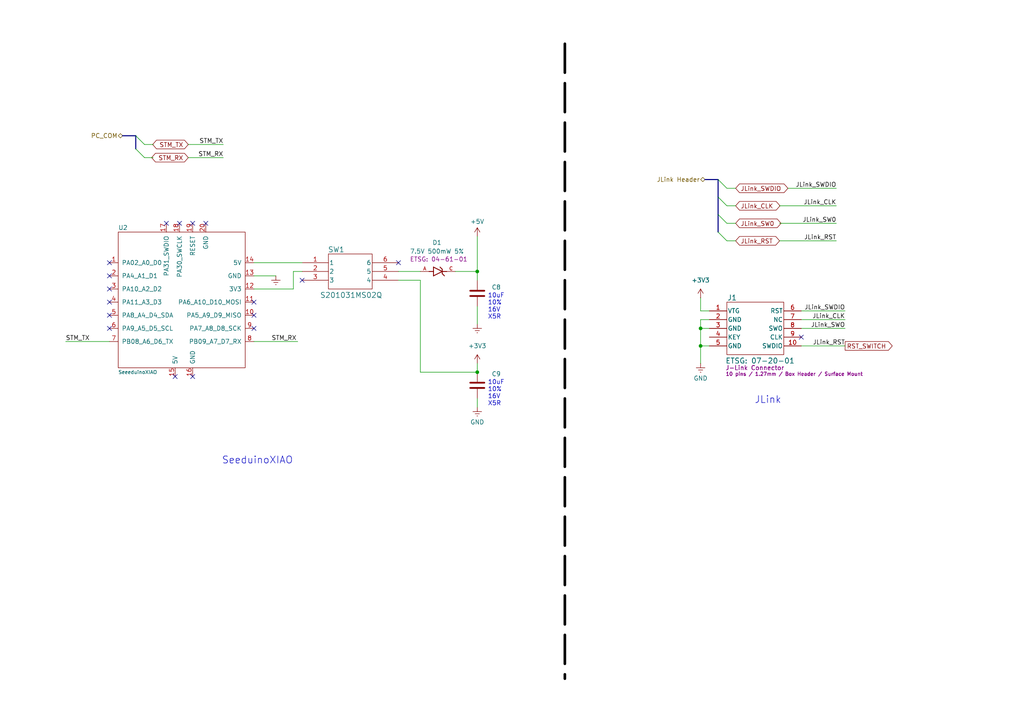
<source format=kicad_sch>
(kicad_sch (version 20250114) (generator "eeschema") (generator_version "9.0")
  (paper "A4")
  (lib_symbols
    (symbol "Device:C" (pin_numbers (hide yes)) (pin_names (offset 0.254))
      (property "Reference" "C" (at 0.635 2.54 0))
      (property "Value" "C" (at 0.635 -2.54 0))
      (symbol "C_0_1"
        (polyline (pts (xy -2.032 0.762) (xy 2.032 0.762)) (stroke (width 0.508)))
        (polyline (pts (xy -2.032 -0.762) (xy 2.032 -0.762)) (stroke (width 0.508)))
      )
      (symbol "C_1_1"
        (pin passive line (at 0 3.81 270) (length 2.794) (name "~") (number "1"))
        (pin passive line (at 0 -3.81 90) (length 2.794) (name "~") (number "2"))
      )
    )
    (symbol "Earr_loggy_sym_lib:3220-10-0100-00" (pin_names (offset 0.254))
      (property "Reference" "J6" (at 16.764 -1.27 0))
      (property "Value" "ETSG: 07-20-01" (at 24.892 -19.558 0))
      (symbol "3220-10-0100-00_1_1"
        (rectangle (start 15.24 -2.54) (end 31.75 -17.78))
        (pin unspecified line (at 10.16 -5.08 0) (length 5.08) (name "VTG") (number "1"))
        (pin unspecified line (at 10.16 -7.62 0) (length 5.08) (name "GND") (number "2"))
        (pin unspecified line (at 10.16 -10.16 0) (length 5.08) (name "GND") (number "3"))
        (pin unspecified line (at 10.16 -12.7 0) (length 5.08) (name "KEY") (number "4"))
        (pin unspecified line (at 10.16 -15.24 0) (length 5.08) (name "GND") (number "5"))
        (pin unspecified line (at 36.83 -5.08 180) (length 5.08) (name "RST") (number "6"))
        (pin unspecified line (at 36.83 -7.62 180) (length 5.08) (name "NC") (number "7"))
        (pin unspecified line (at 36.83 -10.16 180) (length 5.08) (name "SWO") (number "8"))
        (pin unspecified line (at 36.83 -12.7 180) (length 5.08) (name "CLK") (number "9"))
        (pin unspecified line (at 36.83 -15.24 180) (length 5.08) (name "SWDIO") (number "10"))
      )
      (symbol "3220-10-0100-00_1_2"
        (polyline (pts (xy 5.08 2.54) (xy 5.08 -25.4)) (stroke (width 0.127)))
        (polyline (pts (xy 5.08 -25.4) (xy 12.7 -25.4)) (stroke (width 0.127)))
        (polyline (pts (xy 7.62 0) (xy 5.08 0)) (stroke (width 0.127)))
        (polyline (pts (xy 7.62 0) (xy 8.89 0.8467)) (stroke (width 0.127)))
        (polyline (pts (xy 7.62 0) (xy 8.89 -0.8467)) (stroke (width 0.127)))
        (polyline (pts (xy 7.62 -2.54) (xy 5.08 -2.54)) (stroke (width 0.127)))
        (polyline (pts (xy 7.62 -2.54) (xy 8.89 -1.6933)) (stroke (width 0.127)))
        (polyline (pts (xy 7.62 -2.54) (xy 8.89 -3.3867)) (stroke (width 0.127)))
        (polyline (pts (xy 7.62 -5.08) (xy 5.08 -5.08)) (stroke (width 0.127)))
        (polyline (pts (xy 7.62 -5.08) (xy 8.89 -4.2333)) (stroke (width 0.127)))
        (polyline (pts (xy 7.62 -5.08) (xy 8.89 -5.9267)) (stroke (width 0.127)))
        (polyline (pts (xy 7.62 -7.62) (xy 5.08 -7.62)) (stroke (width 0.127)))
        (polyline (pts (xy 7.62 -7.62) (xy 8.89 -6.7733)) (stroke (width 0.127)))
        (polyline (pts (xy 7.62 -7.62) (xy 8.89 -8.4667)) (stroke (width 0.127)))
        (polyline (pts (xy 7.62 -10.16) (xy 5.08 -10.16)) (stroke (width 0.127)))
        (polyline (pts (xy 7.62 -10.16) (xy 8.89 -9.3133)) (stroke (width 0.127)))
        (polyline (pts (xy 7.62 -10.16) (xy 8.89 -11.0067)) (stroke (width 0.127)))
        (polyline (pts (xy 7.62 -12.7) (xy 5.08 -12.7)) (stroke (width 0.127)))
        (polyline (pts (xy 7.62 -12.7) (xy 8.89 -11.8533)) (stroke (width 0.127)))
        (polyline (pts (xy 7.62 -12.7) (xy 8.89 -13.5467)) (stroke (width 0.127)))
        (polyline (pts (xy 7.62 -15.24) (xy 5.08 -15.24)) (stroke (width 0.127)))
        (polyline (pts (xy 7.62 -15.24) (xy 8.89 -14.3933)) (stroke (width 0.127)))
        (polyline (pts (xy 7.62 -15.24) (xy 8.89 -16.0867)) (stroke (width 0.127)))
        (polyline (pts (xy 7.62 -17.78) (xy 5.08 -17.78)) (stroke (width 0.127)))
        (polyline (pts (xy 7.62 -17.78) (xy 8.89 -16.9333)) (stroke (width 0.127)))
        (polyline (pts (xy 7.62 -17.78) (xy 8.89 -18.6267)) (stroke (width 0.127)))
        (polyline (pts (xy 7.62 -20.32) (xy 5.08 -20.32)) (stroke (width 0.127)))
        (polyline (pts (xy 7.62 -20.32) (xy 8.89 -19.4733)) (stroke (width 0.127)))
        (polyline (pts (xy 7.62 -20.32) (xy 8.89 -21.1667)) (stroke (width 0.127)))
        (polyline (pts (xy 7.62 -22.86) (xy 5.08 -22.86)) (stroke (width 0.127)))
        (polyline (pts (xy 7.62 -22.86) (xy 8.89 -22.0133)) (stroke (width 0.127)))
        (polyline (pts (xy 7.62 -22.86) (xy 8.89 -23.7067)) (stroke (width 0.127)))
        (polyline (pts (xy 12.7 2.54) (xy 5.08 2.54)) (stroke (width 0.127)))
        (polyline (pts (xy 12.7 -25.4) (xy 12.7 2.54)) (stroke (width 0.127)))
        (pin unspecified line (at 0 0 0) (length 5.08) (name "1") (number "1"))
        (pin unspecified line (at 0 -2.54 0) (length 5.08) (name "2") (number "2"))
        (pin unspecified line (at 0 -5.08 0) (length 5.08) (name "3") (number "3"))
        (pin unspecified line (at 0 -7.62 0) (length 5.08) (name "4") (number "4"))
        (pin unspecified line (at 0 -10.16 0) (length 5.08) (name "5") (number "5"))
        (pin unspecified line (at 0 -12.7 0) (length 5.08) (name "6") (number "6"))
        (pin unspecified line (at 0 -15.24 0) (length 5.08) (name "7") (number "7"))
        (pin unspecified line (at 0 -17.78 0) (length 5.08) (name "8") (number "8"))
        (pin unspecified line (at 0 -20.32 0) (length 5.08) (name "9") (number "9"))
        (pin unspecified line (at 0 -22.86 0) (length 5.08) (name "10") (number "10"))
      )
    )
    (symbol "Earr_loggy_sym_lib:BZX79C7V5" (pin_names (offset 1.016))
      (property "Reference" "D" (at -5.08 2.54 0))
      (property "Value" "BZX79C7V5" (at -5.08 -3.81 0))
      (symbol "BZX79C7V5_0_0"
        (polyline (pts (xy -2.54 0) (xy -1.27 0)) (stroke (width 0.254)))
        (polyline (pts (xy -1.27 1.27) (xy -1.27 0)) (stroke (width 0.254)))
        (polyline (pts (xy -1.27 0) (xy -1.27 -1.27)) (stroke (width 0.254)))
        (polyline (pts (xy -1.27 -1.27) (xy 1.27 0)) (stroke (width 0.254)))
        (polyline (pts (xy 0.635 1.27) (xy 1.27 0.635)) (stroke (width 0.254)))
        (polyline (pts (xy 1.27 0.635) (xy 1.27 0)) (stroke (width 0.254)))
        (polyline (pts (xy 1.27 0) (xy -1.27 1.27)) (stroke (width 0.254)))
        (polyline (pts (xy 1.27 0) (xy 1.27 -0.635)) (stroke (width 0.254)))
        (polyline (pts (xy 1.27 -0.635) (xy 1.905 -1.27)) (stroke (width 0.254)))
        (polyline (pts (xy 2.54 0) (xy 1.27 0)) (stroke (width 0.254)))
        (pin passive line (at -5.08 0 0) (length 2.54) (name "~") (number "A"))
        (pin passive line (at 5.08 0 180) (length 2.54) (name "~") (number "C"))
      )
    )
    (symbol "Earr_loggy_sym_lib:S201031MS02Q" (pin_names (offset 0.254))
      (property "Reference" "SW3" (at 13.716 6.858 0))
      (property "Value" "S201031MS02Q" (at 13.716 4.318 0))
      (symbol "S201031MS02Q_0_1"
        (pin unspecified line (at 0 0 0) (length 7.62) (name "1") (number "1"))
        (pin unspecified line (at 0 -2.54 0) (length 7.62) (name "2") (number "2"))
        (pin unspecified line (at 0 -5.08 0) (length 7.62) (name "3") (number "3"))
        (pin unspecified line (at 27.94 0 180) (length 7.62) (name "6") (number "6"))
        (pin unspecified line (at 27.94 -2.54 180) (length 7.62) (name "5") (number "5"))
        (pin unspecified line (at 27.94 -5.08 180) (length 7.62) (name "4") (number "4"))
      )
      (symbol "S201031MS02Q_1_1"
        (rectangle (start 7.62 2.54) (end 20.32 -7.62))
      )
    )
    (symbol "Seeeduino XIAO:SeeeduinoXIAO" (pin_names (offset 1.016))
      (property "Reference" "U1" (at -18.542 21.844 0))
      (property "Value" "SeeeduinoXIAO" (at -18.796 -20.828 0))
      (symbol "SeeeduinoXIAO_0_1"
        (rectangle (start -19.05 20.32) (end 17.78 -19.05))
      )
      (symbol "SeeeduinoXIAO_1_1"
        (pin unspecified line (at -21.59 11.43 0) (length 2.54) (name "PA02_A0_D0") (number "1"))
        (pin unspecified line (at -21.59 7.62 0) (length 2.54) (name "PA4_A1_D1") (number "2"))
        (pin unspecified line (at -21.59 3.81 0) (length 2.54) (name "PA10_A2_D2") (number "3"))
        (pin unspecified line (at -21.59 0 0) (length 2.54) (name "PA11_A3_D3") (number "4"))
        (pin unspecified line (at -21.59 -3.81 0) (length 2.54) (name "PA8_A4_D4_SDA") (number "5"))
        (pin unspecified line (at -21.59 -7.62 0) (length 2.54) (name "PA9_A5_D5_SCL") (number "6"))
        (pin unspecified line (at -21.59 -11.43 0) (length 2.54) (name "PB08_A6_D6_TX") (number "7"))
        (pin input line (at -5.08 22.86 270) (length 2.54) (name "PA31_SWDIO") (number "17"))
        (pin input line (at -2.54 -21.59 90) (length 2.54) (name "5V") (number "15"))
        (pin input line (at -1.27 22.86 270) (length 2.54) (name "PA30_SWCLK") (number "18"))
        (pin input line (at 2.54 22.86 270) (length 2.54) (name "RESET") (number "19"))
        (pin input line (at 2.54 -21.59 90) (length 2.54) (name "GND") (number "16"))
        (pin input line (at 6.35 22.86 270) (length 2.54) (name "GND") (number "20"))
        (pin unspecified line (at 20.32 11.43 180) (length 2.54) (name "5V") (number "14"))
        (pin unspecified line (at 20.32 7.62 180) (length 2.54) (name "GND") (number "13"))
        (pin unspecified line (at 20.32 3.81 180) (length 2.54) (name "3V3") (number "12"))
        (pin unspecified line (at 20.32 0 180) (length 2.54) (name "PA6_A10_D10_MOSI") (number "11"))
        (pin unspecified line (at 20.32 -3.81 180) (length 2.54) (name "PA5_A9_D9_MISO") (number "10"))
        (pin unspecified line (at 20.32 -7.62 180) (length 2.54) (name "PA7_A8_D8_SCK") (number "9"))
        (pin unspecified line (at 20.32 -11.43 180) (length 2.54) (name "PB09_A7_D7_RX") (number "8"))
      )
    )
    (symbol "power:+3.3V" (power) (pin_numbers (hide yes)) (pin_names (offset 0) (hide yes))
      (property "Value" "+3.3V" (at 0 3.556 0))
      (symbol "+3.3V_0_1"
        (polyline (pts (xy -0.762 1.27) (xy 0 2.54)))
        (polyline (pts (xy 0 2.54) (xy 0.762 1.27)))
        (polyline (pts (xy 0 0) (xy 0 2.54)))
      )
      (symbol "+3.3V_1_1"
        (pin power_in line (at 0 0 90) (length 0) (name "~") (number "1"))
      )
    )
    (symbol "power:+3V3" (power) (pin_numbers (hide yes)) (pin_names (offset 0) (hide yes))
      (property "Value" "+3V3" (at 0 3.556 0))
      (symbol "+3V3_0_1"
        (polyline (pts (xy -0.762 1.27) (xy 0 2.54)))
        (polyline (pts (xy 0 2.54) (xy 0.762 1.27)))
        (polyline (pts (xy 0 0) (xy 0 2.54)))
      )
      (symbol "+3V3_1_1"
        (pin power_in line (at 0 0 90) (length 0) (name "~") (number "1"))
      )
    )
    (symbol "power:+5V" (power) (pin_numbers (hide yes)) (pin_names (offset 0) (hide yes))
      (property "Value" "+5V" (at 0 3.556 0))
      (symbol "+5V_0_1"
        (polyline (pts (xy -0.762 1.27) (xy 0 2.54)))
        (polyline (pts (xy 0 2.54) (xy 0.762 1.27)))
        (polyline (pts (xy 0 0) (xy 0 2.54)))
      )
      (symbol "+5V_1_1"
        (pin power_in line (at 0 0 90) (length 0) (name "~") (number "1"))
      )
    )
    (symbol "power:Earth" (power) (pin_numbers (hide yes)) (pin_names (offset 0) (hide yes))
      (property "Value" "Earth" (at 0 -3.81 0))
      (symbol "Earth_0_1"
        (polyline (pts (xy -0.635 -1.905) (xy 0.635 -1.905)))
        (polyline (pts (xy -0.127 -2.54) (xy 0.127 -2.54)))
        (polyline (pts (xy 0 -1.27) (xy 0 0)))
        (polyline (pts (xy 1.27 -1.27) (xy -1.27 -1.27)))
      )
      (symbol "Earth_1_1"
        (pin power_in line (at 0 0 270) (length 0) (name "~") (number "1"))
      )
    )
  )
  (text "JLink \n" (at 223.52 116.078 0) (effects (font (size 2.032 2.032))))
  (text "SeeduinoXIAO" (at 74.676 133.604 0) (effects (font (size 2.032 2.032))))
  (text "10uF \n10% \n16V \nX5R" (at 141.478 114.046 0) (effects (font (size 1.27 1.27)) (justify left)))
  (text "10uF \n10% \n16V \nX5R" (at 141.478 88.9 0) (effects (font (size 1.27 1.27)) (justify left)))
  (junction (at 138.43 78.74))
  (junction (at 138.43 107.95))
  (junction (at 203.2 100.33))
  (junction (at 203.2 95.25))
  (no_connect (at 55.88 109.22))
  (no_connect (at 50.8 109.22))
  (no_connect (at 48.26 64.77))
  (no_connect (at 73.66 87.63))
  (no_connect (at 31.75 95.25))
  (no_connect (at 115.57 76.2))
  (no_connect (at 73.66 95.25))
  (no_connect (at 87.63 81.28))
  (no_connect (at 55.88 64.77))
  (no_connect (at 31.75 83.82))
  (no_connect (at 31.75 91.44))
  (no_connect (at 31.75 87.63))
  (no_connect (at 232.41 97.79))
  (no_connect (at 31.75 76.2))
  (no_connect (at 73.66 91.44))
  (no_connect (at 52.07 64.77))
  (no_connect (at 59.69 64.77))
  (no_connect (at 31.75 80.01))
  (bus_entry (at 208.28 67.31) (size 2.54 2.54))
  (bus_entry (at 39.37 43.18) (size 2.54 2.54))
  (bus_entry (at 208.28 57.15) (size 2.54 2.54))
  (bus_entry (at 208.28 62.23) (size 2.54 2.54))
  (bus_entry (at 208.28 52.07) (size 2.54 2.54))
  (bus_entry (at 39.37 39.37) (size 2.54 2.54))
  (wire (pts (xy 205.74 92.71) (xy 203.2 92.71)))
  (wire (pts (xy 73.66 80.01) (xy 80.01 80.01)))
  (wire (pts (xy 138.43 78.74) (xy 138.43 81.28)))
  (wire (pts (xy 210.82 64.77) (xy 213.36 64.77)))
  (wire (pts (xy 228.6 54.61) (xy 242.57 54.61)))
  (wire (pts (xy 226.06 59.69) (xy 242.57 59.69)))
  (bus (pts (xy 39.37 43.18) (xy 39.37 39.37)))
  (wire (pts (xy 203.2 90.17) (xy 203.2 86.36)))
  (wire (pts (xy 210.82 54.61) (xy 213.36 54.61)))
  (wire (pts (xy 232.41 95.25) (xy 245.11 95.25)))
  (wire (pts (xy 41.91 41.91) (xy 44.45 41.91)))
  (wire (pts (xy 19.05 99.06) (xy 31.75 99.06)))
  (bus (pts (xy 208.28 57.15) (xy 208.28 52.07)))
  (wire (pts (xy 203.2 95.25) (xy 203.2 100.33)))
  (wire (pts (xy 54.61 45.72) (xy 64.77 45.72)))
  (wire (pts (xy 203.2 100.33) (xy 203.2 105.41)))
  (wire (pts (xy 41.91 45.72) (xy 44.45 45.72)))
  (wire (pts (xy 210.82 69.85) (xy 213.36 69.85)))
  (wire (pts (xy 226.06 69.85) (xy 242.57 69.85)))
  (bus (pts (xy 208.28 62.23) (xy 208.28 67.31)))
  (wire (pts (xy 138.43 115.57) (xy 138.43 118.11)))
  (wire (pts (xy 138.43 105.41) (xy 138.43 107.95)))
  (wire (pts (xy 121.92 81.28) (xy 121.92 107.95)))
  (wire (pts (xy 210.82 59.69) (xy 213.36 59.69)))
  (wire (pts (xy 54.61 41.91) (xy 64.77 41.91)))
  (wire (pts (xy 205.74 90.17) (xy 203.2 90.17)))
  (wire (pts (xy 232.41 90.17) (xy 245.11 90.17)))
  (wire (pts (xy 115.57 78.74) (xy 121.92 78.74)))
  (bus (pts (xy 208.28 62.23) (xy 208.28 57.15)))
  (wire (pts (xy 73.66 76.2) (xy 87.63 76.2)))
  (wire (pts (xy 85.09 83.82) (xy 85.09 78.74)))
  (polyline (pts (xy 163.83 12.7) (xy 163.83 196.85)) (stroke (width 0.762) (type dash) (color 0 0 0 1)))
  (wire (pts (xy 232.41 100.33) (xy 245.11 100.33)))
  (wire (pts (xy 138.43 88.9) (xy 138.43 93.98)))
  (wire (pts (xy 226.06 64.77) (xy 242.57 64.77)))
  (wire (pts (xy 73.66 83.82) (xy 85.09 83.82)))
  (wire (pts (xy 205.74 95.25) (xy 203.2 95.25)))
  (wire (pts (xy 232.41 92.71) (xy 245.11 92.71)))
  (wire (pts (xy 73.66 99.06) (xy 86.36 99.06)))
  (wire (pts (xy 203.2 92.71) (xy 203.2 95.25)))
  (wire (pts (xy 205.74 100.33) (xy 203.2 100.33)))
  (bus (pts (xy 208.28 52.07) (xy 204.47 52.07)))
  (bus (pts (xy 39.37 39.37) (xy 35.56 39.37)))
  (wire (pts (xy 85.09 78.74) (xy 87.63 78.74)))
  (wire (pts (xy 138.43 68.58) (xy 138.43 78.74)))
  (wire (pts (xy 115.57 81.28) (xy 121.92 81.28)))
  (wire (pts (xy 121.92 107.95) (xy 138.43 107.95)))
  (wire (pts (xy 132.08 78.74) (xy 138.43 78.74)))
  (label "STM_RX" (at 64.77 45.72 180))
  (label "JLink_SWDIO" (at 242.57 54.61 180))
  (label "JLink_SWO" (at 245.11 95.25 180))
  (label "JLink_SWDIO" (at 245.11 90.17 180))
  (label "STM_TX" (at 64.77 41.91 180))
  (label "JLink_SW0" (at 242.57 64.77 180))
  (label "STM_RX" (at 78.74 99.06 0))
  (label "JLink_RST" (at 242.57 69.85 180))
  (label "JLink_CLK" (at 242.57 59.69 180))
  (label "STM_TX" (at 19.05 99.06 0))
  (label "JLink_CLK" (at 245.11 92.71 180))
  (label "JLink_RST" (at 245.11 100.33 180))
  (global_label "JLink_SW0" (shape bidirectional) (at 213.36 64.77 0) (property "Intersheetrefs" "${INTERSHEET_REFS}" (effects (hide yes))))
  (global_label "RST_SWITCH" (shape output) (at 245.11 100.33 0) (property "Intersheetrefs" "${INTERSHEET_REFS}" (effects (hide yes))))
  (global_label "JLink_CLK" (shape bidirectional) (at 213.36 59.69 0) (property "Intersheetrefs" "${INTERSHEET_REFS}" (effects (hide yes))))
  (global_label "JLink_SWDIO" (shape bidirectional) (at 213.36 54.61 0) (property "Intersheetrefs" "${INTERSHEET_REFS}" (effects (hide yes))))
  (global_label "STM_RX" (shape bidirectional) (at 54.61 45.72 180) (property "Intersheetrefs" "${INTERSHEET_REFS}" (effects (hide yes))))
  (global_label "JLink_RST" (shape bidirectional) (at 213.36 69.85 0) (property "Intersheetrefs" "${INTERSHEET_REFS}" (effects (hide yes))))
  (global_label "STM_TX" (shape bidirectional) (at 54.61 41.91 180) (property "Intersheetrefs" "${INTERSHEET_REFS}" (effects (hide yes))))
  (hierarchical_label "JLink Header" (shape bidirectional) (at 204.47 52.07 180))
  (hierarchical_label "PC_COM" (shape bidirectional) (at 35.56 39.37 180))
  (symbol (lib_id "power:Earth") (at 138.43 118.11 0) (unit 1)
    (property "Reference" "#PWR042" (effects (hide yes)))
    (property "Value" "GND" (at 138.43 122.428 0))
    (property "Description" "Power symbol creates a global label with name \"Earth\"" (effects (hide yes)))
  )
  (symbol (lib_id "power:+5V") (at 138.43 68.58 0) (unit 1)
    (property "Reference" "#PWR013" (effects (hide yes)))
    (property "Value" "+5V" (at 138.43 64.262 0))
    (property "Description" "Power symbol creates a global label with name \"+5V\"" (effects (hide yes)))
  )
  (symbol (lib_id "power:Earth") (at 138.43 93.98 0) (unit 1)
    (property "Reference" "#PWR017" (effects (hide yes)))
    (property "Value" "GND" (effects (hide yes)))
    (property "Description" "Power symbol creates a global label with name \"Earth\"" (effects (hide yes)))
  )
  (symbol (lib_id "power:Earth") (at 80.01 80.01 0) (unit 1)
    (property "Reference" "#PWR041" (effects (hide yes)))
    (property "Value" "GND" (effects (hide yes)))
    (property "Description" "Power symbol creates a global label with name \"Earth\"" (effects (hide yes)))
  )
  (symbol (lib_id "Seeeduino XIAO:SeeeduinoXIAO") (at 53.34 87.63 0) (unit 1)
    (property "Reference" "U2" (at 34.29 66.04 0) (effects (justify left)))
    (property "Value" "SeeeduinoXIAO" (at 34.29 107.95 0) (effects (font (size 1.016 1.016)) (justify left)))
    (property "Footprint" "kicad_footprint-library-engg3800-alvin:Seeeduino XIAO-MOUDLE14P-2.54-21X17.8MM" (effects (hide yes)))
  )
  (symbol (lib_id "Earr_loggy_sym_lib:S201031MS02Q") (at 87.63 76.2 0) (unit 1)
    (property "Reference" "SW1" (at 97.536 72.39 0) (effects (font (size 1.524 1.524))))
    (property "Value" "S201031MS02Q" (at 101.854 85.598 0) (effects (font (size 1.524 1.524))))
    (property "Footprint" "kicad_footprint-library-engg3800-alvin:SW6_S201031MS02Q_CNK" (effects (hide yes)))
    (property "Datasheet" "S201031MS02Q" (effects (hide yes)))
  )
  (symbol (lib_id "Earr_loggy_sym_lib:3220-10-0100-00") (at 195.58 85.09 0) (unit 1)
    (property "Reference" "J1" (at 212.344 86.36 0) (effects (font (size 1.524 1.524))))
    (property "Value" "ETSG: 07-20-01" (at 220.472 104.648 0) (effects (font (size 1.524 1.524))))
    (property "Footprint" "kicad_footprint-library-engg3800-alvin:CONN_3220-10-0100-00_CNC" (effects (hide yes)))
    (property "Datasheet" "3220-10-0100-00" (effects (hide yes)))
    (property "Description" "J-Link Connector" (at 218.948 106.68 0))
    (property "Field5" "10 pins / 1.27mm / Box Header / Surface Mount" (at 230.378 108.458 0) (effects (font (size 1.016 1.016))))
  )
  (symbol (lib_id "Device:C") (at 138.43 111.76 0) (unit 1)
    (property "Reference" "C9" (at 145.288 108.458 0) (effects (justify right)))
    (property "Value" "10u" (effects (hide yes)))
    (property "Footprint" "Capacitor_SMD:C_0805_2012Metric_Pad1.18x1.45mm_HandSolder" (effects (hide yes)))
    (property "Description" "Unpolarized capacitor" (effects (hide yes)))
  )
  (symbol (lib_id "power:Earth") (at 203.2 105.41 0) (unit 1)
    (property "Reference" "#PWR020" (effects (hide yes)))
    (property "Value" "GND" (at 203.2 109.728 0))
    (property "Description" "Power symbol creates a global label with name \"Earth\"" (effects (hide yes)))
  )
  (symbol (lib_id "Earr_loggy_sym_lib:BZX79C7V5") (at 127 78.74 0) (unit 1)
    (property "Reference" "D1" (at 126.746 70.358 0))
    (property "Value" "7.5V 500mW 5%" (at 126.746 72.898 0))
    (property "Footprint" "kicad_footprint-library-engg3800-alvin:DIOAD928W47L399D179" (effects (hide yes)))
    (property "Description" "ETSG: 04-61-01" (at 127.254 75.184 0))
    (property "PARTREV" "G1804" (effects (hide yes)))
    (property "MANUFACTURER" "Taiwan Semiconductor" (effects (hide yes)))
    (property "MAXIMUM_PACKAGE_HEIGHT" "2.28 mm" (effects (hide yes)))
    (property "STANDARD" "IPC-7351B" (effects (hide yes)))
  )
  (symbol (lib_id "power:+3.3V") (at 203.2 86.36 0) (unit 1)
    (property "Reference" "#PWR019" (effects (hide yes)))
    (property "Value" "+3V3" (at 203.2 81.28 0))
    (property "Description" "Power symbol creates a global label with name \"+3.3V\"" (effects (hide yes)))
  )
  (symbol (lib_id "Device:C") (at 138.43 85.09 0) (unit 1)
    (property "Reference" "C8" (at 145.288 83.312 0) (effects (justify right)))
    (property "Value" "10u" (effects (hide yes)))
    (property "Footprint" "Capacitor_SMD:C_0805_2012Metric_Pad1.18x1.45mm_HandSolder" (effects (hide yes)))
    (property "Description" "Unpolarized capacitor" (effects (hide yes)))
  )
  (symbol (lib_id "power:+3V3") (at 138.43 105.41 0) (unit 1)
    (property "Reference" "#PWR018" (effects (hide yes)))
    (property "Value" "+3V3" (at 138.43 100.33 0))
    (property "Description" "Power symbol creates a global label with name \"+3V3\"" (effects (hide yes)))
  )
)
</source>
